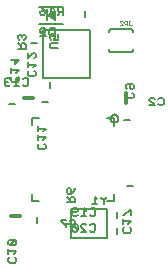
<source format=gbr>
G04 EAGLE Gerber RS-274X export*
G75*
%MOMM*%
%FSLAX34Y34*%
%LPD*%
%INSilkscreen Bottom*%
%IPPOS*%
%AMOC8*
5,1,8,0,0,1.08239X$1,22.5*%
G01*
%ADD10C,0.127000*%
%ADD11C,0.152400*%
%ADD12C,0.203200*%
%ADD13C,0.304800*%
%ADD14C,0.025400*%
%ADD15R,0.200000X1.000000*%

G36*
X74689Y189271D02*
X74689Y189271D01*
X74760Y189269D01*
X74829Y189287D01*
X74900Y189296D01*
X74966Y189323D01*
X75035Y189341D01*
X75096Y189378D01*
X75162Y189405D01*
X75218Y189450D01*
X75280Y189487D01*
X75329Y189538D01*
X75384Y189583D01*
X75425Y189642D01*
X75474Y189694D01*
X75507Y189757D01*
X75548Y189815D01*
X75571Y189883D01*
X75604Y189947D01*
X75614Y190006D01*
X75641Y190084D01*
X75647Y190203D01*
X75659Y190278D01*
X75659Y194278D01*
X75649Y194349D01*
X75649Y194421D01*
X75629Y194489D01*
X75619Y194560D01*
X75590Y194625D01*
X75570Y194694D01*
X75532Y194754D01*
X75503Y194819D01*
X75457Y194874D01*
X75419Y194934D01*
X75366Y194982D01*
X75320Y195036D01*
X75260Y195076D01*
X75206Y195123D01*
X75142Y195154D01*
X75083Y195194D01*
X75015Y195215D01*
X74950Y195246D01*
X74880Y195258D01*
X74812Y195279D01*
X74740Y195281D01*
X74670Y195293D01*
X74599Y195285D01*
X74528Y195287D01*
X74458Y195268D01*
X74387Y195260D01*
X74332Y195235D01*
X74253Y195215D01*
X74150Y195154D01*
X74081Y195123D01*
X71081Y193123D01*
X70994Y193046D01*
X70904Y192973D01*
X70889Y192951D01*
X70869Y192933D01*
X70807Y192836D01*
X70740Y192741D01*
X70732Y192715D01*
X70717Y192693D01*
X70685Y192582D01*
X70647Y192472D01*
X70646Y192445D01*
X70639Y192420D01*
X70639Y192304D01*
X70633Y192188D01*
X70639Y192162D01*
X70639Y192135D01*
X70671Y192024D01*
X70697Y191911D01*
X70710Y191888D01*
X70718Y191862D01*
X70780Y191764D01*
X70836Y191663D01*
X70854Y191647D01*
X70869Y191622D01*
X71077Y191437D01*
X71081Y191433D01*
X74081Y189433D01*
X74145Y189402D01*
X74205Y189363D01*
X74273Y189341D01*
X74337Y189310D01*
X74408Y189298D01*
X74476Y189277D01*
X74547Y189275D01*
X74618Y189263D01*
X74689Y189271D01*
G37*
D10*
X63725Y179385D02*
X63727Y179474D01*
X63733Y179563D01*
X63743Y179652D01*
X63757Y179740D01*
X63774Y179827D01*
X63796Y179913D01*
X63822Y179999D01*
X63851Y180083D01*
X63884Y180166D01*
X63920Y180247D01*
X63961Y180327D01*
X64004Y180404D01*
X64051Y180480D01*
X64102Y180553D01*
X64155Y180624D01*
X64212Y180693D01*
X64272Y180759D01*
X64335Y180823D01*
X64400Y180883D01*
X64468Y180941D01*
X64539Y180995D01*
X64612Y181046D01*
X64687Y181094D01*
X64764Y181139D01*
X64843Y181180D01*
X64924Y181217D01*
X65006Y181251D01*
X65090Y181282D01*
X65175Y181308D01*
X65261Y181331D01*
X65348Y181349D01*
X65436Y181364D01*
X65525Y181375D01*
X65614Y181382D01*
X65703Y181385D01*
X65792Y181384D01*
X65881Y181379D01*
X65969Y181370D01*
X66058Y181357D01*
X66145Y181340D01*
X66232Y181320D01*
X66318Y181295D01*
X66402Y181267D01*
X66485Y181235D01*
X66567Y181199D01*
X66647Y181160D01*
X66725Y181117D01*
X66801Y181071D01*
X66875Y181021D01*
X66947Y180968D01*
X67016Y180912D01*
X67083Y180853D01*
X67147Y180791D01*
X67208Y180727D01*
X67267Y180659D01*
X67322Y180589D01*
X67374Y180517D01*
X67423Y180442D01*
X67468Y180366D01*
X67510Y180287D01*
X67548Y180207D01*
X67583Y180125D01*
X67614Y180041D01*
X67642Y179956D01*
X67665Y179870D01*
X67685Y179783D01*
X67701Y179696D01*
X67713Y179607D01*
X67721Y179519D01*
X67725Y179430D01*
X67725Y179340D01*
X67721Y179251D01*
X67713Y179163D01*
X67701Y179074D01*
X67685Y178987D01*
X67665Y178900D01*
X67642Y178814D01*
X67614Y178729D01*
X67583Y178645D01*
X67548Y178563D01*
X67510Y178483D01*
X67468Y178404D01*
X67423Y178328D01*
X67374Y178253D01*
X67322Y178181D01*
X67267Y178111D01*
X67208Y178043D01*
X67147Y177979D01*
X67083Y177917D01*
X67016Y177858D01*
X66947Y177802D01*
X66875Y177749D01*
X66801Y177699D01*
X66725Y177653D01*
X66647Y177610D01*
X66567Y177571D01*
X66485Y177535D01*
X66402Y177503D01*
X66318Y177475D01*
X66232Y177450D01*
X66145Y177430D01*
X66058Y177413D01*
X65969Y177400D01*
X65881Y177391D01*
X65792Y177386D01*
X65703Y177385D01*
X65614Y177388D01*
X65525Y177395D01*
X65436Y177406D01*
X65348Y177421D01*
X65261Y177439D01*
X65175Y177462D01*
X65090Y177488D01*
X65006Y177519D01*
X64924Y177553D01*
X64843Y177590D01*
X64764Y177631D01*
X64687Y177676D01*
X64612Y177724D01*
X64539Y177775D01*
X64468Y177829D01*
X64400Y177887D01*
X64335Y177947D01*
X64272Y178011D01*
X64212Y178077D01*
X64155Y178146D01*
X64102Y178217D01*
X64051Y178290D01*
X64004Y178366D01*
X63961Y178443D01*
X63920Y178523D01*
X63884Y178604D01*
X63851Y178687D01*
X63822Y178771D01*
X63796Y178857D01*
X63774Y178943D01*
X63757Y179030D01*
X63743Y179118D01*
X63733Y179207D01*
X63727Y179296D01*
X63725Y179385D01*
X65725Y179385D02*
X65725Y139385D01*
X105725Y139385D01*
X105725Y179385D01*
X65725Y179385D01*
D11*
X73111Y164229D02*
X78619Y164229D01*
X73111Y164229D02*
X72009Y165330D01*
X72009Y167534D01*
X73111Y168635D01*
X78619Y168635D01*
X78619Y171713D02*
X78619Y176119D01*
X78619Y171713D02*
X75314Y171713D01*
X76415Y173916D01*
X76415Y175018D01*
X75314Y176119D01*
X73111Y176119D01*
X72009Y175018D01*
X72009Y172814D01*
X73111Y171713D01*
D12*
X61087Y168783D02*
X56007Y168783D01*
D11*
X51441Y164102D02*
X44831Y164102D01*
X51441Y164102D02*
X51441Y167407D01*
X50339Y168508D01*
X48136Y168508D01*
X47034Y167407D01*
X47034Y164102D01*
X47034Y166305D02*
X44831Y168508D01*
X50339Y171586D02*
X51441Y172687D01*
X51441Y174891D01*
X50339Y175992D01*
X49237Y175992D01*
X48136Y174891D01*
X48136Y173789D01*
X48136Y174891D02*
X47034Y175992D01*
X45933Y175992D01*
X44831Y174891D01*
X44831Y172687D01*
X45933Y171586D01*
D12*
X134239Y103759D02*
X139319Y103759D01*
D11*
X142881Y125606D02*
X141779Y126707D01*
X142881Y125606D02*
X142881Y123403D01*
X141779Y122301D01*
X137373Y122301D01*
X136271Y123403D01*
X136271Y125606D01*
X137373Y126707D01*
X137373Y129785D02*
X136271Y130887D01*
X136271Y133090D01*
X137373Y134192D01*
X141779Y134192D01*
X142881Y133090D01*
X142881Y130887D01*
X141779Y129785D01*
X140677Y129785D01*
X139576Y130887D01*
X139576Y134192D01*
D13*
X46876Y22302D02*
X38876Y22302D01*
D11*
X42288Y-12762D02*
X43390Y-13864D01*
X43390Y-16067D01*
X42288Y-17168D01*
X37882Y-17168D01*
X36780Y-16067D01*
X36780Y-13864D01*
X37882Y-12762D01*
X41186Y-9684D02*
X43390Y-7481D01*
X36780Y-7481D01*
X36780Y-9684D02*
X36780Y-5278D01*
X37882Y-2200D02*
X42288Y-2200D01*
X43390Y-1099D01*
X43390Y1105D01*
X42288Y2206D01*
X37882Y2206D01*
X36780Y1105D01*
X36780Y-1099D01*
X37882Y-2200D01*
X42288Y2206D01*
X123086Y104977D02*
X123088Y105093D01*
X123094Y105208D01*
X123104Y105324D01*
X123118Y105439D01*
X123136Y105553D01*
X123158Y105667D01*
X123183Y105780D01*
X123213Y105892D01*
X123247Y106002D01*
X123284Y106112D01*
X123325Y106220D01*
X123370Y106327D01*
X123418Y106432D01*
X123470Y106536D01*
X123526Y106637D01*
X123585Y106737D01*
X123647Y106834D01*
X123713Y106930D01*
X123782Y107023D01*
X123854Y107113D01*
X123929Y107201D01*
X124008Y107286D01*
X124089Y107369D01*
X124173Y107449D01*
X124260Y107526D01*
X124349Y107599D01*
X124441Y107670D01*
X124535Y107737D01*
X124631Y107801D01*
X124730Y107862D01*
X124830Y107919D01*
X124933Y107973D01*
X125037Y108024D01*
X125143Y108070D01*
X125251Y108113D01*
X125360Y108152D01*
X125470Y108188D01*
X125581Y108219D01*
X125694Y108247D01*
X125807Y108271D01*
X125921Y108291D01*
X126036Y108307D01*
X126151Y108319D01*
X126266Y108327D01*
X126382Y108331D01*
X126498Y108331D01*
X126614Y108327D01*
X126729Y108319D01*
X126844Y108307D01*
X126959Y108291D01*
X127073Y108271D01*
X127186Y108247D01*
X127299Y108219D01*
X127410Y108188D01*
X127520Y108152D01*
X127629Y108113D01*
X127737Y108070D01*
X127843Y108024D01*
X127947Y107973D01*
X128050Y107919D01*
X128150Y107862D01*
X128249Y107801D01*
X128345Y107737D01*
X128439Y107670D01*
X128531Y107599D01*
X128620Y107526D01*
X128707Y107449D01*
X128791Y107369D01*
X128872Y107286D01*
X128951Y107201D01*
X129026Y107113D01*
X129098Y107023D01*
X129167Y106930D01*
X129233Y106834D01*
X129295Y106737D01*
X129354Y106637D01*
X129410Y106536D01*
X129462Y106432D01*
X129510Y106327D01*
X129555Y106220D01*
X129596Y106112D01*
X129633Y106002D01*
X129667Y105892D01*
X129697Y105780D01*
X129722Y105667D01*
X129744Y105553D01*
X129762Y105439D01*
X129776Y105324D01*
X129786Y105208D01*
X129792Y105093D01*
X129794Y104977D01*
X129792Y104861D01*
X129786Y104746D01*
X129776Y104630D01*
X129762Y104515D01*
X129744Y104401D01*
X129722Y104287D01*
X129697Y104174D01*
X129667Y104062D01*
X129633Y103952D01*
X129596Y103842D01*
X129555Y103734D01*
X129510Y103627D01*
X129462Y103522D01*
X129410Y103418D01*
X129354Y103317D01*
X129295Y103217D01*
X129233Y103120D01*
X129167Y103024D01*
X129098Y102931D01*
X129026Y102841D01*
X128951Y102753D01*
X128872Y102668D01*
X128791Y102585D01*
X128707Y102505D01*
X128620Y102428D01*
X128531Y102355D01*
X128439Y102284D01*
X128345Y102217D01*
X128249Y102153D01*
X128150Y102092D01*
X128050Y102035D01*
X127947Y101981D01*
X127843Y101930D01*
X127737Y101884D01*
X127629Y101841D01*
X127520Y101802D01*
X127410Y101766D01*
X127299Y101735D01*
X127186Y101707D01*
X127073Y101683D01*
X126959Y101663D01*
X126844Y101647D01*
X126729Y101635D01*
X126614Y101627D01*
X126498Y101623D01*
X126382Y101623D01*
X126266Y101627D01*
X126151Y101635D01*
X126036Y101647D01*
X125921Y101663D01*
X125807Y101683D01*
X125694Y101707D01*
X125581Y101735D01*
X125470Y101766D01*
X125360Y101802D01*
X125251Y101841D01*
X125143Y101884D01*
X125037Y101930D01*
X124933Y101981D01*
X124830Y102035D01*
X124730Y102092D01*
X124631Y102153D01*
X124535Y102217D01*
X124441Y102284D01*
X124349Y102355D01*
X124260Y102428D01*
X124173Y102505D01*
X124089Y102585D01*
X124008Y102668D01*
X123929Y102753D01*
X123854Y102841D01*
X123782Y102931D01*
X123713Y103024D01*
X123647Y103120D01*
X123585Y103217D01*
X123526Y103317D01*
X123470Y103418D01*
X123418Y103522D01*
X123370Y103627D01*
X123325Y103734D01*
X123284Y103842D01*
X123247Y103952D01*
X123213Y104062D01*
X123183Y104174D01*
X123158Y104287D01*
X123136Y104401D01*
X123118Y104515D01*
X123104Y104630D01*
X123094Y104746D01*
X123088Y104861D01*
X123086Y104977D01*
X126440Y104977D02*
X126440Y98477D01*
X126440Y104977D02*
X120440Y104977D01*
X62440Y104977D02*
X56440Y104977D01*
X56440Y98977D01*
X56440Y34977D02*
X62440Y34977D01*
X56440Y34977D02*
X56440Y40977D01*
X126440Y40977D02*
X126440Y34977D01*
X120440Y34977D01*
D12*
X60960Y21336D02*
X60960Y16256D01*
D11*
X88540Y18208D02*
X89642Y19310D01*
X91845Y19310D01*
X92946Y18208D01*
X92946Y13802D01*
X91845Y12700D01*
X89642Y12700D01*
X88540Y13802D01*
X85462Y19310D02*
X81056Y19310D01*
X81056Y18208D01*
X85462Y13802D01*
X85462Y12700D01*
D12*
X70231Y118618D02*
X65151Y118618D01*
D11*
X67103Y83554D02*
X68205Y82452D01*
X68205Y80249D01*
X67103Y79148D01*
X62697Y79148D01*
X61595Y80249D01*
X61595Y82452D01*
X62697Y83554D01*
X66001Y86632D02*
X68205Y88835D01*
X61595Y88835D01*
X61595Y86632D02*
X61595Y91038D01*
X66001Y94116D02*
X68205Y96319D01*
X61595Y96319D01*
X61595Y94116D02*
X61595Y98522D01*
D13*
X57721Y122301D02*
X49721Y122301D01*
D11*
X59823Y144148D02*
X58721Y145249D01*
X59823Y144148D02*
X59823Y141945D01*
X58721Y140843D01*
X54315Y140843D01*
X53213Y141945D01*
X53213Y144148D01*
X54315Y145249D01*
X57619Y148327D02*
X59823Y150530D01*
X53213Y150530D01*
X53213Y148327D02*
X53213Y152734D01*
X53213Y155811D02*
X53213Y160218D01*
X57619Y160218D02*
X53213Y155811D01*
X57619Y160218D02*
X58721Y160218D01*
X59823Y159116D01*
X59823Y156913D01*
X58721Y155811D01*
D12*
X71755Y135509D02*
X71755Y130429D01*
D11*
X49908Y139071D02*
X48807Y137969D01*
X49908Y139071D02*
X52111Y139071D01*
X53213Y137969D01*
X53213Y133563D01*
X52111Y132461D01*
X49908Y132461D01*
X48807Y133563D01*
X45729Y136867D02*
X43526Y139071D01*
X43526Y132461D01*
X45729Y132461D02*
X41322Y132461D01*
X38245Y137969D02*
X37143Y139071D01*
X34940Y139071D01*
X33838Y137969D01*
X33838Y136867D01*
X34940Y135766D01*
X36042Y135766D01*
X34940Y135766D02*
X33838Y134664D01*
X33838Y133563D01*
X34940Y132461D01*
X37143Y132461D01*
X38245Y133563D01*
D12*
X36957Y117475D02*
X42037Y117475D01*
D11*
X45599Y139322D02*
X44497Y140423D01*
X45599Y139322D02*
X45599Y137119D01*
X44497Y136017D01*
X40091Y136017D01*
X38989Y137119D01*
X38989Y139322D01*
X40091Y140423D01*
X43395Y143501D02*
X45599Y145704D01*
X38989Y145704D01*
X38989Y143501D02*
X38989Y147908D01*
X38989Y154290D02*
X45599Y154290D01*
X42294Y150985D01*
X42294Y155392D01*
D12*
X137414Y47752D02*
X142494Y47752D01*
D11*
X139366Y12688D02*
X140468Y11586D01*
X140468Y9383D01*
X139366Y8282D01*
X134960Y8282D01*
X133858Y9383D01*
X133858Y11586D01*
X134960Y12688D01*
X138264Y15766D02*
X140468Y17969D01*
X133858Y17969D01*
X133858Y15766D02*
X133858Y20172D01*
X140468Y23250D02*
X140468Y27656D01*
X139366Y27656D01*
X134960Y23250D01*
X133858Y23250D01*
D12*
X101346Y190754D02*
X101346Y195834D01*
D11*
X82804Y192786D02*
X82804Y199396D01*
X79499Y199396D01*
X78398Y198294D01*
X78398Y196091D01*
X79499Y194989D01*
X82804Y194989D01*
X80601Y194989D02*
X78398Y192786D01*
X75320Y197192D02*
X73117Y199396D01*
X73117Y192786D01*
X75320Y192786D02*
X70913Y192786D01*
X65633Y198294D02*
X63429Y199396D01*
X65633Y198294D02*
X67836Y196091D01*
X67836Y193888D01*
X66734Y192786D01*
X64531Y192786D01*
X63429Y193888D01*
X63429Y194989D01*
X64531Y196091D01*
X67836Y196091D01*
D10*
X90029Y28629D02*
X120029Y28629D01*
X90029Y28629D02*
X90029Y3629D01*
X120029Y3629D01*
X120029Y28629D01*
D11*
X119587Y37679D02*
X119587Y38781D01*
X119587Y37679D02*
X117384Y35476D01*
X115181Y37679D01*
X115181Y38781D01*
X117384Y35476D02*
X117384Y32171D01*
X112103Y36577D02*
X109900Y38781D01*
X109900Y32171D01*
X112103Y32171D02*
X107696Y32171D01*
D12*
X128905Y25400D02*
X128905Y20320D01*
D11*
X107058Y28962D02*
X105957Y27860D01*
X107058Y28962D02*
X109261Y28962D01*
X110363Y27860D01*
X110363Y23454D01*
X109261Y22352D01*
X107058Y22352D01*
X105957Y23454D01*
X102879Y26758D02*
X100676Y28962D01*
X100676Y22352D01*
X102879Y22352D02*
X98472Y22352D01*
X95395Y23454D02*
X94293Y22352D01*
X92090Y22352D01*
X90988Y23454D01*
X90988Y27860D01*
X92090Y28962D01*
X94293Y28962D01*
X95395Y27860D01*
X95395Y26758D01*
X94293Y25657D01*
X90988Y25657D01*
D12*
X128905Y12065D02*
X128905Y6985D01*
D11*
X107058Y15627D02*
X105957Y14525D01*
X107058Y15627D02*
X109261Y15627D01*
X110363Y14525D01*
X110363Y10119D01*
X109261Y9017D01*
X107058Y9017D01*
X105957Y10119D01*
X102879Y9017D02*
X98472Y9017D01*
X98472Y13423D02*
X102879Y9017D01*
X98472Y13423D02*
X98472Y14525D01*
X99574Y15627D01*
X101777Y15627D01*
X102879Y14525D01*
X95395Y14525D02*
X95395Y10119D01*
X95395Y14525D02*
X94293Y15627D01*
X92090Y15627D01*
X90988Y14525D01*
X90988Y10119D01*
X92090Y9017D01*
X94293Y9017D01*
X95395Y10119D01*
X90988Y14525D01*
D12*
X89535Y15240D02*
X84455Y15240D01*
D11*
X86487Y33782D02*
X93097Y33782D01*
X93097Y37087D01*
X91995Y38188D01*
X89792Y38188D01*
X88690Y37087D01*
X88690Y33782D01*
X88690Y35985D02*
X86487Y38188D01*
X91995Y43469D02*
X93097Y45673D01*
X91995Y43469D02*
X89792Y41266D01*
X87589Y41266D01*
X86487Y42368D01*
X86487Y44571D01*
X87589Y45673D01*
X88690Y45673D01*
X89792Y44571D01*
X89792Y41266D01*
D12*
X124080Y160815D02*
X140080Y160815D01*
X122080Y177815D02*
X122062Y177913D01*
X122048Y178013D01*
X122038Y178112D01*
X122032Y178212D01*
X122030Y178312D01*
X122032Y178412D01*
X122038Y178512D01*
X122047Y178612D01*
X122061Y178711D01*
X122078Y178810D01*
X122100Y178908D01*
X122125Y179005D01*
X122154Y179100D01*
X122187Y179195D01*
X122223Y179288D01*
X122263Y179380D01*
X122307Y179470D01*
X122354Y179559D01*
X122404Y179645D01*
X122458Y179729D01*
X122515Y179812D01*
X122576Y179892D01*
X122639Y179969D01*
X122706Y180044D01*
X122775Y180116D01*
X122847Y180186D01*
X122922Y180252D01*
X122999Y180316D01*
X123079Y180376D01*
X123161Y180434D01*
X123245Y180488D01*
X123332Y180539D01*
X123420Y180586D01*
X123510Y180630D01*
X123602Y180670D01*
X123695Y180706D01*
X123789Y180739D01*
X123885Y180769D01*
X123982Y180794D01*
X124080Y180815D01*
X140080Y180815D02*
X140178Y180794D01*
X140275Y180769D01*
X140371Y180739D01*
X140465Y180706D01*
X140558Y180670D01*
X140650Y180630D01*
X140740Y180586D01*
X140828Y180539D01*
X140915Y180488D01*
X140999Y180434D01*
X141081Y180376D01*
X141161Y180316D01*
X141238Y180252D01*
X141313Y180186D01*
X141385Y180116D01*
X141454Y180044D01*
X141521Y179969D01*
X141584Y179892D01*
X141645Y179812D01*
X141702Y179729D01*
X141756Y179645D01*
X141806Y179559D01*
X141853Y179470D01*
X141897Y179380D01*
X141937Y179288D01*
X141973Y179195D01*
X142006Y179100D01*
X142035Y179005D01*
X142060Y178908D01*
X142082Y178810D01*
X142099Y178711D01*
X142113Y178612D01*
X142122Y178512D01*
X142128Y178412D01*
X142130Y178312D01*
X142128Y178212D01*
X142122Y178112D01*
X142112Y178013D01*
X142098Y177913D01*
X142080Y177815D01*
X142080Y163815D02*
X142098Y163717D01*
X142112Y163617D01*
X142122Y163518D01*
X142128Y163418D01*
X142130Y163318D01*
X142128Y163218D01*
X142122Y163118D01*
X142113Y163018D01*
X142099Y162919D01*
X142082Y162820D01*
X142060Y162722D01*
X142035Y162625D01*
X142006Y162530D01*
X141973Y162435D01*
X141937Y162342D01*
X141897Y162250D01*
X141853Y162160D01*
X141806Y162071D01*
X141756Y161985D01*
X141702Y161901D01*
X141645Y161818D01*
X141584Y161738D01*
X141521Y161661D01*
X141454Y161586D01*
X141385Y161514D01*
X141313Y161444D01*
X141238Y161378D01*
X141161Y161314D01*
X141081Y161254D01*
X140999Y161196D01*
X140915Y161142D01*
X140828Y161091D01*
X140740Y161044D01*
X140650Y161000D01*
X140558Y160960D01*
X140465Y160924D01*
X140371Y160891D01*
X140275Y160861D01*
X140178Y160836D01*
X140080Y160815D01*
X124080Y160815D02*
X123982Y160836D01*
X123885Y160861D01*
X123789Y160891D01*
X123695Y160924D01*
X123602Y160960D01*
X123510Y161000D01*
X123420Y161044D01*
X123332Y161091D01*
X123245Y161142D01*
X123161Y161196D01*
X123079Y161254D01*
X122999Y161314D01*
X122922Y161378D01*
X122847Y161444D01*
X122775Y161514D01*
X122706Y161586D01*
X122639Y161661D01*
X122576Y161738D01*
X122515Y161818D01*
X122458Y161901D01*
X122404Y161985D01*
X122354Y162071D01*
X122307Y162160D01*
X122263Y162250D01*
X122223Y162342D01*
X122187Y162435D01*
X122154Y162530D01*
X122125Y162625D01*
X122100Y162722D01*
X122078Y162820D01*
X122061Y162919D01*
X122047Y163018D01*
X122038Y163118D01*
X122032Y163218D01*
X122030Y163318D01*
X122032Y163418D01*
X122038Y163518D01*
X122048Y163617D01*
X122062Y163717D01*
X122080Y163815D01*
X124080Y180815D02*
X140080Y180815D01*
D14*
X140397Y183642D02*
X141033Y184278D01*
X140397Y183642D02*
X139762Y183642D01*
X139126Y184278D01*
X139126Y187455D01*
X138491Y187455D02*
X139762Y187455D01*
X137291Y187455D02*
X137291Y183642D01*
X137291Y187455D02*
X135384Y187455D01*
X134749Y186820D01*
X134749Y185549D01*
X135384Y184913D01*
X137291Y184913D01*
X133549Y183642D02*
X131007Y183642D01*
X133549Y183642D02*
X131007Y186184D01*
X131007Y186820D01*
X131642Y187455D01*
X132913Y187455D01*
X133549Y186820D01*
D12*
X82644Y185278D02*
X62644Y185278D01*
X62644Y199278D02*
X82644Y199278D01*
X76144Y188278D02*
X70144Y192278D01*
X76144Y188278D02*
X76144Y196278D01*
X70144Y192278D01*
D15*
X69144Y192278D03*
D11*
X75850Y181522D02*
X75850Y174912D01*
X72546Y174912D01*
X71444Y176014D01*
X71444Y180420D01*
X72546Y181522D01*
X75850Y181522D01*
X68366Y174912D02*
X63960Y174912D01*
X68366Y174912D02*
X63960Y179318D01*
X63960Y180420D01*
X65061Y181522D01*
X67265Y181522D01*
X68366Y180420D01*
D13*
X136144Y126047D02*
X136144Y118047D01*
D11*
X163724Y121459D02*
X164826Y122561D01*
X167029Y122561D01*
X168130Y121459D01*
X168130Y117053D01*
X167029Y115951D01*
X164826Y115951D01*
X163724Y117053D01*
X160646Y115951D02*
X156240Y115951D01*
X160646Y115951D02*
X156240Y120357D01*
X156240Y121459D01*
X157341Y122561D01*
X159545Y122561D01*
X160646Y121459D01*
M02*

</source>
